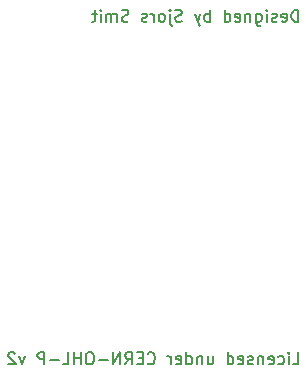
<source format=gbo>
G04 #@! TF.GenerationSoftware,KiCad,Pcbnew,(5.1.7)-1*
G04 #@! TF.CreationDate,2021-11-12T18:57:48+01:00*
G04 #@! TF.ProjectId,CO2-Breakout,434f322d-4272-4656-916b-6f75742e6b69,rev?*
G04 #@! TF.SameCoordinates,Original*
G04 #@! TF.FileFunction,Legend,Bot*
G04 #@! TF.FilePolarity,Positive*
%FSLAX46Y46*%
G04 Gerber Fmt 4.6, Leading zero omitted, Abs format (unit mm)*
G04 Created by KiCad (PCBNEW (5.1.7)-1) date 2021-11-12 18:57:48*
%MOMM*%
%LPD*%
G01*
G04 APERTURE LIST*
%ADD10C,0.150000*%
%ADD11O,2.000000X1.600000*%
%ADD12O,3.000000X2.000000*%
%ADD13R,2.000000X2.000000*%
G04 APERTURE END LIST*
D10*
X113185714Y-117252380D02*
X113661904Y-117252380D01*
X113661904Y-116252380D01*
X112852380Y-117252380D02*
X112852380Y-116585714D01*
X112852380Y-116252380D02*
X112900000Y-116300000D01*
X112852380Y-116347619D01*
X112804761Y-116300000D01*
X112852380Y-116252380D01*
X112852380Y-116347619D01*
X111947619Y-117204761D02*
X112042857Y-117252380D01*
X112233333Y-117252380D01*
X112328571Y-117204761D01*
X112376190Y-117157142D01*
X112423809Y-117061904D01*
X112423809Y-116776190D01*
X112376190Y-116680952D01*
X112328571Y-116633333D01*
X112233333Y-116585714D01*
X112042857Y-116585714D01*
X111947619Y-116633333D01*
X111138095Y-117204761D02*
X111233333Y-117252380D01*
X111423809Y-117252380D01*
X111519047Y-117204761D01*
X111566666Y-117109523D01*
X111566666Y-116728571D01*
X111519047Y-116633333D01*
X111423809Y-116585714D01*
X111233333Y-116585714D01*
X111138095Y-116633333D01*
X111090476Y-116728571D01*
X111090476Y-116823809D01*
X111566666Y-116919047D01*
X110661904Y-116585714D02*
X110661904Y-117252380D01*
X110661904Y-116680952D02*
X110614285Y-116633333D01*
X110519047Y-116585714D01*
X110376190Y-116585714D01*
X110280952Y-116633333D01*
X110233333Y-116728571D01*
X110233333Y-117252380D01*
X109804761Y-117204761D02*
X109709523Y-117252380D01*
X109519047Y-117252380D01*
X109423809Y-117204761D01*
X109376190Y-117109523D01*
X109376190Y-117061904D01*
X109423809Y-116966666D01*
X109519047Y-116919047D01*
X109661904Y-116919047D01*
X109757142Y-116871428D01*
X109804761Y-116776190D01*
X109804761Y-116728571D01*
X109757142Y-116633333D01*
X109661904Y-116585714D01*
X109519047Y-116585714D01*
X109423809Y-116633333D01*
X108566666Y-117204761D02*
X108661904Y-117252380D01*
X108852380Y-117252380D01*
X108947619Y-117204761D01*
X108995238Y-117109523D01*
X108995238Y-116728571D01*
X108947619Y-116633333D01*
X108852380Y-116585714D01*
X108661904Y-116585714D01*
X108566666Y-116633333D01*
X108519047Y-116728571D01*
X108519047Y-116823809D01*
X108995238Y-116919047D01*
X107661904Y-117252380D02*
X107661904Y-116252380D01*
X107661904Y-117204761D02*
X107757142Y-117252380D01*
X107947619Y-117252380D01*
X108042857Y-117204761D01*
X108090476Y-117157142D01*
X108138095Y-117061904D01*
X108138095Y-116776190D01*
X108090476Y-116680952D01*
X108042857Y-116633333D01*
X107947619Y-116585714D01*
X107757142Y-116585714D01*
X107661904Y-116633333D01*
X105995238Y-116585714D02*
X105995238Y-117252380D01*
X106423809Y-116585714D02*
X106423809Y-117109523D01*
X106376190Y-117204761D01*
X106280952Y-117252380D01*
X106138095Y-117252380D01*
X106042857Y-117204761D01*
X105995238Y-117157142D01*
X105519047Y-116585714D02*
X105519047Y-117252380D01*
X105519047Y-116680952D02*
X105471428Y-116633333D01*
X105376190Y-116585714D01*
X105233333Y-116585714D01*
X105138095Y-116633333D01*
X105090476Y-116728571D01*
X105090476Y-117252380D01*
X104185714Y-117252380D02*
X104185714Y-116252380D01*
X104185714Y-117204761D02*
X104280952Y-117252380D01*
X104471428Y-117252380D01*
X104566666Y-117204761D01*
X104614285Y-117157142D01*
X104661904Y-117061904D01*
X104661904Y-116776190D01*
X104614285Y-116680952D01*
X104566666Y-116633333D01*
X104471428Y-116585714D01*
X104280952Y-116585714D01*
X104185714Y-116633333D01*
X103328571Y-117204761D02*
X103423809Y-117252380D01*
X103614285Y-117252380D01*
X103709523Y-117204761D01*
X103757142Y-117109523D01*
X103757142Y-116728571D01*
X103709523Y-116633333D01*
X103614285Y-116585714D01*
X103423809Y-116585714D01*
X103328571Y-116633333D01*
X103280952Y-116728571D01*
X103280952Y-116823809D01*
X103757142Y-116919047D01*
X102852380Y-117252380D02*
X102852380Y-116585714D01*
X102852380Y-116776190D02*
X102804761Y-116680952D01*
X102757142Y-116633333D01*
X102661904Y-116585714D01*
X102566666Y-116585714D01*
X100900000Y-117157142D02*
X100947619Y-117204761D01*
X101090476Y-117252380D01*
X101185714Y-117252380D01*
X101328571Y-117204761D01*
X101423809Y-117109523D01*
X101471428Y-117014285D01*
X101519047Y-116823809D01*
X101519047Y-116680952D01*
X101471428Y-116490476D01*
X101423809Y-116395238D01*
X101328571Y-116300000D01*
X101185714Y-116252380D01*
X101090476Y-116252380D01*
X100947619Y-116300000D01*
X100900000Y-116347619D01*
X100471428Y-116728571D02*
X100138095Y-116728571D01*
X99995238Y-117252380D02*
X100471428Y-117252380D01*
X100471428Y-116252380D01*
X99995238Y-116252380D01*
X98995238Y-117252380D02*
X99328571Y-116776190D01*
X99566666Y-117252380D02*
X99566666Y-116252380D01*
X99185714Y-116252380D01*
X99090476Y-116300000D01*
X99042857Y-116347619D01*
X98995238Y-116442857D01*
X98995238Y-116585714D01*
X99042857Y-116680952D01*
X99090476Y-116728571D01*
X99185714Y-116776190D01*
X99566666Y-116776190D01*
X98566666Y-117252380D02*
X98566666Y-116252380D01*
X97995238Y-117252380D01*
X97995238Y-116252380D01*
X97519047Y-116871428D02*
X96757142Y-116871428D01*
X96090476Y-116252380D02*
X95900000Y-116252380D01*
X95804761Y-116300000D01*
X95709523Y-116395238D01*
X95661904Y-116585714D01*
X95661904Y-116919047D01*
X95709523Y-117109523D01*
X95804761Y-117204761D01*
X95900000Y-117252380D01*
X96090476Y-117252380D01*
X96185714Y-117204761D01*
X96280952Y-117109523D01*
X96328571Y-116919047D01*
X96328571Y-116585714D01*
X96280952Y-116395238D01*
X96185714Y-116300000D01*
X96090476Y-116252380D01*
X95233333Y-117252380D02*
X95233333Y-116252380D01*
X95233333Y-116728571D02*
X94661904Y-116728571D01*
X94661904Y-117252380D02*
X94661904Y-116252380D01*
X93709523Y-117252380D02*
X94185714Y-117252380D01*
X94185714Y-116252380D01*
X93376190Y-116871428D02*
X92614285Y-116871428D01*
X92138095Y-117252380D02*
X92138095Y-116252380D01*
X91757142Y-116252380D01*
X91661904Y-116300000D01*
X91614285Y-116347619D01*
X91566666Y-116442857D01*
X91566666Y-116585714D01*
X91614285Y-116680952D01*
X91661904Y-116728571D01*
X91757142Y-116776190D01*
X92138095Y-116776190D01*
X90471428Y-116585714D02*
X90233333Y-117252380D01*
X89995238Y-116585714D01*
X89661904Y-116347619D02*
X89614285Y-116300000D01*
X89519047Y-116252380D01*
X89280952Y-116252380D01*
X89185714Y-116300000D01*
X89138095Y-116347619D01*
X89090476Y-116442857D01*
X89090476Y-116538095D01*
X89138095Y-116680952D01*
X89709523Y-117252380D01*
X89090476Y-117252380D01*
X113642857Y-88252380D02*
X113642857Y-87252380D01*
X113404761Y-87252380D01*
X113261904Y-87300000D01*
X113166666Y-87395238D01*
X113119047Y-87490476D01*
X113071428Y-87680952D01*
X113071428Y-87823809D01*
X113119047Y-88014285D01*
X113166666Y-88109523D01*
X113261904Y-88204761D01*
X113404761Y-88252380D01*
X113642857Y-88252380D01*
X112261904Y-88204761D02*
X112357142Y-88252380D01*
X112547619Y-88252380D01*
X112642857Y-88204761D01*
X112690476Y-88109523D01*
X112690476Y-87728571D01*
X112642857Y-87633333D01*
X112547619Y-87585714D01*
X112357142Y-87585714D01*
X112261904Y-87633333D01*
X112214285Y-87728571D01*
X112214285Y-87823809D01*
X112690476Y-87919047D01*
X111833333Y-88204761D02*
X111738095Y-88252380D01*
X111547619Y-88252380D01*
X111452380Y-88204761D01*
X111404761Y-88109523D01*
X111404761Y-88061904D01*
X111452380Y-87966666D01*
X111547619Y-87919047D01*
X111690476Y-87919047D01*
X111785714Y-87871428D01*
X111833333Y-87776190D01*
X111833333Y-87728571D01*
X111785714Y-87633333D01*
X111690476Y-87585714D01*
X111547619Y-87585714D01*
X111452380Y-87633333D01*
X110976190Y-88252380D02*
X110976190Y-87585714D01*
X110976190Y-87252380D02*
X111023809Y-87300000D01*
X110976190Y-87347619D01*
X110928571Y-87300000D01*
X110976190Y-87252380D01*
X110976190Y-87347619D01*
X110071428Y-87585714D02*
X110071428Y-88395238D01*
X110119047Y-88490476D01*
X110166666Y-88538095D01*
X110261904Y-88585714D01*
X110404761Y-88585714D01*
X110500000Y-88538095D01*
X110071428Y-88204761D02*
X110166666Y-88252380D01*
X110357142Y-88252380D01*
X110452380Y-88204761D01*
X110500000Y-88157142D01*
X110547619Y-88061904D01*
X110547619Y-87776190D01*
X110500000Y-87680952D01*
X110452380Y-87633333D01*
X110357142Y-87585714D01*
X110166666Y-87585714D01*
X110071428Y-87633333D01*
X109595238Y-87585714D02*
X109595238Y-88252380D01*
X109595238Y-87680952D02*
X109547619Y-87633333D01*
X109452380Y-87585714D01*
X109309523Y-87585714D01*
X109214285Y-87633333D01*
X109166666Y-87728571D01*
X109166666Y-88252380D01*
X108309523Y-88204761D02*
X108404761Y-88252380D01*
X108595238Y-88252380D01*
X108690476Y-88204761D01*
X108738095Y-88109523D01*
X108738095Y-87728571D01*
X108690476Y-87633333D01*
X108595238Y-87585714D01*
X108404761Y-87585714D01*
X108309523Y-87633333D01*
X108261904Y-87728571D01*
X108261904Y-87823809D01*
X108738095Y-87919047D01*
X107404761Y-88252380D02*
X107404761Y-87252380D01*
X107404761Y-88204761D02*
X107500000Y-88252380D01*
X107690476Y-88252380D01*
X107785714Y-88204761D01*
X107833333Y-88157142D01*
X107880952Y-88061904D01*
X107880952Y-87776190D01*
X107833333Y-87680952D01*
X107785714Y-87633333D01*
X107690476Y-87585714D01*
X107500000Y-87585714D01*
X107404761Y-87633333D01*
X106166666Y-88252380D02*
X106166666Y-87252380D01*
X106166666Y-87633333D02*
X106071428Y-87585714D01*
X105880952Y-87585714D01*
X105785714Y-87633333D01*
X105738095Y-87680952D01*
X105690476Y-87776190D01*
X105690476Y-88061904D01*
X105738095Y-88157142D01*
X105785714Y-88204761D01*
X105880952Y-88252380D01*
X106071428Y-88252380D01*
X106166666Y-88204761D01*
X105357142Y-87585714D02*
X105119047Y-88252380D01*
X104880952Y-87585714D02*
X105119047Y-88252380D01*
X105214285Y-88490476D01*
X105261904Y-88538095D01*
X105357142Y-88585714D01*
X103785714Y-88204761D02*
X103642857Y-88252380D01*
X103404761Y-88252380D01*
X103309523Y-88204761D01*
X103261904Y-88157142D01*
X103214285Y-88061904D01*
X103214285Y-87966666D01*
X103261904Y-87871428D01*
X103309523Y-87823809D01*
X103404761Y-87776190D01*
X103595238Y-87728571D01*
X103690476Y-87680952D01*
X103738095Y-87633333D01*
X103785714Y-87538095D01*
X103785714Y-87442857D01*
X103738095Y-87347619D01*
X103690476Y-87300000D01*
X103595238Y-87252380D01*
X103357142Y-87252380D01*
X103214285Y-87300000D01*
X102785714Y-87585714D02*
X102785714Y-88442857D01*
X102833333Y-88538095D01*
X102928571Y-88585714D01*
X102976190Y-88585714D01*
X102785714Y-87252380D02*
X102833333Y-87300000D01*
X102785714Y-87347619D01*
X102738095Y-87300000D01*
X102785714Y-87252380D01*
X102785714Y-87347619D01*
X102166666Y-88252380D02*
X102261904Y-88204761D01*
X102309523Y-88157142D01*
X102357142Y-88061904D01*
X102357142Y-87776190D01*
X102309523Y-87680952D01*
X102261904Y-87633333D01*
X102166666Y-87585714D01*
X102023809Y-87585714D01*
X101928571Y-87633333D01*
X101880952Y-87680952D01*
X101833333Y-87776190D01*
X101833333Y-88061904D01*
X101880952Y-88157142D01*
X101928571Y-88204761D01*
X102023809Y-88252380D01*
X102166666Y-88252380D01*
X101404761Y-88252380D02*
X101404761Y-87585714D01*
X101404761Y-87776190D02*
X101357142Y-87680952D01*
X101309523Y-87633333D01*
X101214285Y-87585714D01*
X101119047Y-87585714D01*
X100833333Y-88204761D02*
X100738095Y-88252380D01*
X100547619Y-88252380D01*
X100452380Y-88204761D01*
X100404761Y-88109523D01*
X100404761Y-88061904D01*
X100452380Y-87966666D01*
X100547619Y-87919047D01*
X100690476Y-87919047D01*
X100785714Y-87871428D01*
X100833333Y-87776190D01*
X100833333Y-87728571D01*
X100785714Y-87633333D01*
X100690476Y-87585714D01*
X100547619Y-87585714D01*
X100452380Y-87633333D01*
X99261904Y-88204761D02*
X99119047Y-88252380D01*
X98880952Y-88252380D01*
X98785714Y-88204761D01*
X98738095Y-88157142D01*
X98690476Y-88061904D01*
X98690476Y-87966666D01*
X98738095Y-87871428D01*
X98785714Y-87823809D01*
X98880952Y-87776190D01*
X99071428Y-87728571D01*
X99166666Y-87680952D01*
X99214285Y-87633333D01*
X99261904Y-87538095D01*
X99261904Y-87442857D01*
X99214285Y-87347619D01*
X99166666Y-87300000D01*
X99071428Y-87252380D01*
X98833333Y-87252380D01*
X98690476Y-87300000D01*
X98261904Y-88252380D02*
X98261904Y-87585714D01*
X98261904Y-87680952D02*
X98214285Y-87633333D01*
X98119047Y-87585714D01*
X97976190Y-87585714D01*
X97880952Y-87633333D01*
X97833333Y-87728571D01*
X97833333Y-88252380D01*
X97833333Y-87728571D02*
X97785714Y-87633333D01*
X97690476Y-87585714D01*
X97547619Y-87585714D01*
X97452380Y-87633333D01*
X97404761Y-87728571D01*
X97404761Y-88252380D01*
X96928571Y-88252380D02*
X96928571Y-87585714D01*
X96928571Y-87252380D02*
X96976190Y-87300000D01*
X96928571Y-87347619D01*
X96880952Y-87300000D01*
X96928571Y-87252380D01*
X96928571Y-87347619D01*
X96595238Y-87585714D02*
X96214285Y-87585714D01*
X96452380Y-87252380D02*
X96452380Y-88109523D01*
X96404761Y-88204761D01*
X96309523Y-88252380D01*
X96214285Y-88252380D01*
%LPC*%
D11*
G04 #@! TO.C,U2*
X112355001Y-94875000D03*
X112355001Y-97415000D03*
D12*
X112355001Y-99955000D03*
X112355001Y-102495000D03*
D11*
X112355001Y-105035000D03*
X112355001Y-107575000D03*
D12*
X112355001Y-110115000D03*
D11*
X112355001Y-112655000D03*
D12*
X89495001Y-112655000D03*
D11*
X89495001Y-110115000D03*
X89495001Y-107575000D03*
X89495001Y-105035000D03*
X89495001Y-102495000D03*
X89495001Y-99955000D03*
D13*
X89495001Y-94875000D03*
D11*
X89495001Y-97415000D03*
G04 #@! TD*
M02*

</source>
